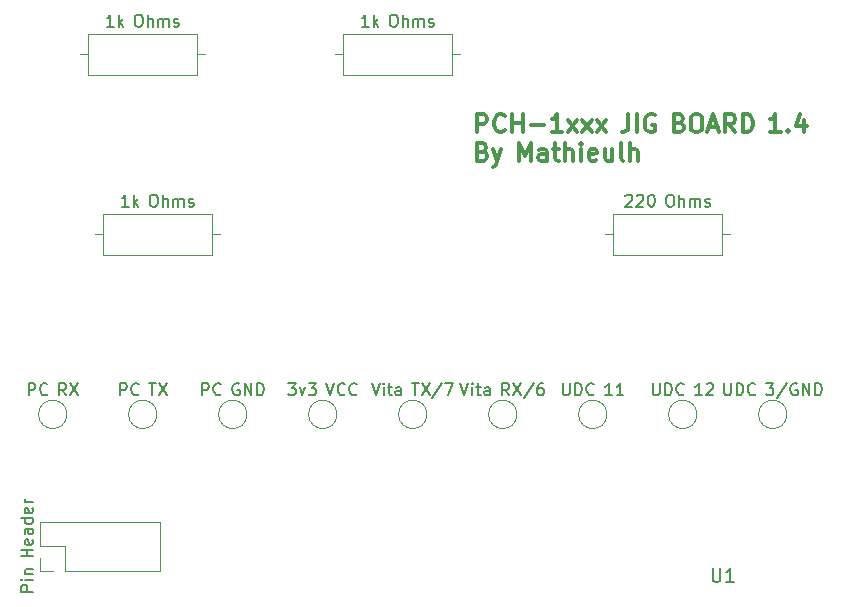
<source format=gbr>
%TF.GenerationSoftware,KiCad,Pcbnew,(7.0.0)*%
%TF.CreationDate,2023-08-04T15:50:35+02:00*%
%TF.ProjectId,PCH-1xxxJIG_THT_1.4,5043482d-3178-4787-984a-49475f544854,rev?*%
%TF.SameCoordinates,Original*%
%TF.FileFunction,Legend,Top*%
%TF.FilePolarity,Positive*%
%FSLAX46Y46*%
G04 Gerber Fmt 4.6, Leading zero omitted, Abs format (unit mm)*
G04 Created by KiCad (PCBNEW (7.0.0)) date 2023-08-04 15:50:35*
%MOMM*%
%LPD*%
G01*
G04 APERTURE LIST*
%ADD10C,0.300000*%
%ADD11C,0.152000*%
%ADD12C,0.150000*%
%ADD13C,0.120000*%
G04 APERTURE END LIST*
D10*
X72747142Y-44683571D02*
X72747142Y-43183571D01*
X72747142Y-43183571D02*
X73318571Y-43183571D01*
X73318571Y-43183571D02*
X73461428Y-43255000D01*
X73461428Y-43255000D02*
X73532857Y-43326428D01*
X73532857Y-43326428D02*
X73604285Y-43469285D01*
X73604285Y-43469285D02*
X73604285Y-43683571D01*
X73604285Y-43683571D02*
X73532857Y-43826428D01*
X73532857Y-43826428D02*
X73461428Y-43897857D01*
X73461428Y-43897857D02*
X73318571Y-43969285D01*
X73318571Y-43969285D02*
X72747142Y-43969285D01*
X75104285Y-44540714D02*
X75032857Y-44612142D01*
X75032857Y-44612142D02*
X74818571Y-44683571D01*
X74818571Y-44683571D02*
X74675714Y-44683571D01*
X74675714Y-44683571D02*
X74461428Y-44612142D01*
X74461428Y-44612142D02*
X74318571Y-44469285D01*
X74318571Y-44469285D02*
X74247142Y-44326428D01*
X74247142Y-44326428D02*
X74175714Y-44040714D01*
X74175714Y-44040714D02*
X74175714Y-43826428D01*
X74175714Y-43826428D02*
X74247142Y-43540714D01*
X74247142Y-43540714D02*
X74318571Y-43397857D01*
X74318571Y-43397857D02*
X74461428Y-43255000D01*
X74461428Y-43255000D02*
X74675714Y-43183571D01*
X74675714Y-43183571D02*
X74818571Y-43183571D01*
X74818571Y-43183571D02*
X75032857Y-43255000D01*
X75032857Y-43255000D02*
X75104285Y-43326428D01*
X75747142Y-44683571D02*
X75747142Y-43183571D01*
X75747142Y-43897857D02*
X76604285Y-43897857D01*
X76604285Y-44683571D02*
X76604285Y-43183571D01*
X77318571Y-44112142D02*
X78461429Y-44112142D01*
X79961429Y-44683571D02*
X79104286Y-44683571D01*
X79532857Y-44683571D02*
X79532857Y-43183571D01*
X79532857Y-43183571D02*
X79390000Y-43397857D01*
X79390000Y-43397857D02*
X79247143Y-43540714D01*
X79247143Y-43540714D02*
X79104286Y-43612142D01*
X80461428Y-44683571D02*
X81247143Y-43683571D01*
X80461428Y-43683571D02*
X81247143Y-44683571D01*
X81675714Y-44683571D02*
X82461429Y-43683571D01*
X81675714Y-43683571D02*
X82461429Y-44683571D01*
X82890000Y-44683571D02*
X83675715Y-43683571D01*
X82890000Y-43683571D02*
X83675715Y-44683571D01*
X85575715Y-43183571D02*
X85575715Y-44255000D01*
X85575715Y-44255000D02*
X85504286Y-44469285D01*
X85504286Y-44469285D02*
X85361429Y-44612142D01*
X85361429Y-44612142D02*
X85147143Y-44683571D01*
X85147143Y-44683571D02*
X85004286Y-44683571D01*
X86290000Y-44683571D02*
X86290000Y-43183571D01*
X87790001Y-43255000D02*
X87647144Y-43183571D01*
X87647144Y-43183571D02*
X87432858Y-43183571D01*
X87432858Y-43183571D02*
X87218572Y-43255000D01*
X87218572Y-43255000D02*
X87075715Y-43397857D01*
X87075715Y-43397857D02*
X87004286Y-43540714D01*
X87004286Y-43540714D02*
X86932858Y-43826428D01*
X86932858Y-43826428D02*
X86932858Y-44040714D01*
X86932858Y-44040714D02*
X87004286Y-44326428D01*
X87004286Y-44326428D02*
X87075715Y-44469285D01*
X87075715Y-44469285D02*
X87218572Y-44612142D01*
X87218572Y-44612142D02*
X87432858Y-44683571D01*
X87432858Y-44683571D02*
X87575715Y-44683571D01*
X87575715Y-44683571D02*
X87790001Y-44612142D01*
X87790001Y-44612142D02*
X87861429Y-44540714D01*
X87861429Y-44540714D02*
X87861429Y-44040714D01*
X87861429Y-44040714D02*
X87575715Y-44040714D01*
X89904286Y-43897857D02*
X90118572Y-43969285D01*
X90118572Y-43969285D02*
X90190001Y-44040714D01*
X90190001Y-44040714D02*
X90261429Y-44183571D01*
X90261429Y-44183571D02*
X90261429Y-44397857D01*
X90261429Y-44397857D02*
X90190001Y-44540714D01*
X90190001Y-44540714D02*
X90118572Y-44612142D01*
X90118572Y-44612142D02*
X89975715Y-44683571D01*
X89975715Y-44683571D02*
X89404286Y-44683571D01*
X89404286Y-44683571D02*
X89404286Y-43183571D01*
X89404286Y-43183571D02*
X89904286Y-43183571D01*
X89904286Y-43183571D02*
X90047144Y-43255000D01*
X90047144Y-43255000D02*
X90118572Y-43326428D01*
X90118572Y-43326428D02*
X90190001Y-43469285D01*
X90190001Y-43469285D02*
X90190001Y-43612142D01*
X90190001Y-43612142D02*
X90118572Y-43755000D01*
X90118572Y-43755000D02*
X90047144Y-43826428D01*
X90047144Y-43826428D02*
X89904286Y-43897857D01*
X89904286Y-43897857D02*
X89404286Y-43897857D01*
X91190001Y-43183571D02*
X91475715Y-43183571D01*
X91475715Y-43183571D02*
X91618572Y-43255000D01*
X91618572Y-43255000D02*
X91761429Y-43397857D01*
X91761429Y-43397857D02*
X91832858Y-43683571D01*
X91832858Y-43683571D02*
X91832858Y-44183571D01*
X91832858Y-44183571D02*
X91761429Y-44469285D01*
X91761429Y-44469285D02*
X91618572Y-44612142D01*
X91618572Y-44612142D02*
X91475715Y-44683571D01*
X91475715Y-44683571D02*
X91190001Y-44683571D01*
X91190001Y-44683571D02*
X91047144Y-44612142D01*
X91047144Y-44612142D02*
X90904286Y-44469285D01*
X90904286Y-44469285D02*
X90832858Y-44183571D01*
X90832858Y-44183571D02*
X90832858Y-43683571D01*
X90832858Y-43683571D02*
X90904286Y-43397857D01*
X90904286Y-43397857D02*
X91047144Y-43255000D01*
X91047144Y-43255000D02*
X91190001Y-43183571D01*
X92404287Y-44255000D02*
X93118573Y-44255000D01*
X92261430Y-44683571D02*
X92761430Y-43183571D01*
X92761430Y-43183571D02*
X93261430Y-44683571D01*
X94618572Y-44683571D02*
X94118572Y-43969285D01*
X93761429Y-44683571D02*
X93761429Y-43183571D01*
X93761429Y-43183571D02*
X94332858Y-43183571D01*
X94332858Y-43183571D02*
X94475715Y-43255000D01*
X94475715Y-43255000D02*
X94547144Y-43326428D01*
X94547144Y-43326428D02*
X94618572Y-43469285D01*
X94618572Y-43469285D02*
X94618572Y-43683571D01*
X94618572Y-43683571D02*
X94547144Y-43826428D01*
X94547144Y-43826428D02*
X94475715Y-43897857D01*
X94475715Y-43897857D02*
X94332858Y-43969285D01*
X94332858Y-43969285D02*
X93761429Y-43969285D01*
X95261429Y-44683571D02*
X95261429Y-43183571D01*
X95261429Y-43183571D02*
X95618572Y-43183571D01*
X95618572Y-43183571D02*
X95832858Y-43255000D01*
X95832858Y-43255000D02*
X95975715Y-43397857D01*
X95975715Y-43397857D02*
X96047144Y-43540714D01*
X96047144Y-43540714D02*
X96118572Y-43826428D01*
X96118572Y-43826428D02*
X96118572Y-44040714D01*
X96118572Y-44040714D02*
X96047144Y-44326428D01*
X96047144Y-44326428D02*
X95975715Y-44469285D01*
X95975715Y-44469285D02*
X95832858Y-44612142D01*
X95832858Y-44612142D02*
X95618572Y-44683571D01*
X95618572Y-44683571D02*
X95261429Y-44683571D01*
X98447144Y-44683571D02*
X97590001Y-44683571D01*
X98018572Y-44683571D02*
X98018572Y-43183571D01*
X98018572Y-43183571D02*
X97875715Y-43397857D01*
X97875715Y-43397857D02*
X97732858Y-43540714D01*
X97732858Y-43540714D02*
X97590001Y-43612142D01*
X99090000Y-44540714D02*
X99161429Y-44612142D01*
X99161429Y-44612142D02*
X99090000Y-44683571D01*
X99090000Y-44683571D02*
X99018572Y-44612142D01*
X99018572Y-44612142D02*
X99090000Y-44540714D01*
X99090000Y-44540714D02*
X99090000Y-44683571D01*
X100447144Y-43683571D02*
X100447144Y-44683571D01*
X100090001Y-43112142D02*
X99732858Y-44183571D01*
X99732858Y-44183571D02*
X100661429Y-44183571D01*
X73247142Y-46327857D02*
X73461428Y-46399285D01*
X73461428Y-46399285D02*
X73532857Y-46470714D01*
X73532857Y-46470714D02*
X73604285Y-46613571D01*
X73604285Y-46613571D02*
X73604285Y-46827857D01*
X73604285Y-46827857D02*
X73532857Y-46970714D01*
X73532857Y-46970714D02*
X73461428Y-47042142D01*
X73461428Y-47042142D02*
X73318571Y-47113571D01*
X73318571Y-47113571D02*
X72747142Y-47113571D01*
X72747142Y-47113571D02*
X72747142Y-45613571D01*
X72747142Y-45613571D02*
X73247142Y-45613571D01*
X73247142Y-45613571D02*
X73390000Y-45685000D01*
X73390000Y-45685000D02*
X73461428Y-45756428D01*
X73461428Y-45756428D02*
X73532857Y-45899285D01*
X73532857Y-45899285D02*
X73532857Y-46042142D01*
X73532857Y-46042142D02*
X73461428Y-46185000D01*
X73461428Y-46185000D02*
X73390000Y-46256428D01*
X73390000Y-46256428D02*
X73247142Y-46327857D01*
X73247142Y-46327857D02*
X72747142Y-46327857D01*
X74104285Y-46113571D02*
X74461428Y-47113571D01*
X74818571Y-46113571D02*
X74461428Y-47113571D01*
X74461428Y-47113571D02*
X74318571Y-47470714D01*
X74318571Y-47470714D02*
X74247142Y-47542142D01*
X74247142Y-47542142D02*
X74104285Y-47613571D01*
X76289999Y-47113571D02*
X76289999Y-45613571D01*
X76289999Y-45613571D02*
X76789999Y-46685000D01*
X76789999Y-46685000D02*
X77289999Y-45613571D01*
X77289999Y-45613571D02*
X77289999Y-47113571D01*
X78647143Y-47113571D02*
X78647143Y-46327857D01*
X78647143Y-46327857D02*
X78575714Y-46185000D01*
X78575714Y-46185000D02*
X78432857Y-46113571D01*
X78432857Y-46113571D02*
X78147143Y-46113571D01*
X78147143Y-46113571D02*
X78004285Y-46185000D01*
X78647143Y-47042142D02*
X78504285Y-47113571D01*
X78504285Y-47113571D02*
X78147143Y-47113571D01*
X78147143Y-47113571D02*
X78004285Y-47042142D01*
X78004285Y-47042142D02*
X77932857Y-46899285D01*
X77932857Y-46899285D02*
X77932857Y-46756428D01*
X77932857Y-46756428D02*
X78004285Y-46613571D01*
X78004285Y-46613571D02*
X78147143Y-46542142D01*
X78147143Y-46542142D02*
X78504285Y-46542142D01*
X78504285Y-46542142D02*
X78647143Y-46470714D01*
X79147143Y-46113571D02*
X79718571Y-46113571D01*
X79361428Y-45613571D02*
X79361428Y-46899285D01*
X79361428Y-46899285D02*
X79432857Y-47042142D01*
X79432857Y-47042142D02*
X79575714Y-47113571D01*
X79575714Y-47113571D02*
X79718571Y-47113571D01*
X80218571Y-47113571D02*
X80218571Y-45613571D01*
X80861429Y-47113571D02*
X80861429Y-46327857D01*
X80861429Y-46327857D02*
X80790000Y-46185000D01*
X80790000Y-46185000D02*
X80647143Y-46113571D01*
X80647143Y-46113571D02*
X80432857Y-46113571D01*
X80432857Y-46113571D02*
X80290000Y-46185000D01*
X80290000Y-46185000D02*
X80218571Y-46256428D01*
X81575714Y-47113571D02*
X81575714Y-46113571D01*
X81575714Y-45613571D02*
X81504286Y-45685000D01*
X81504286Y-45685000D02*
X81575714Y-45756428D01*
X81575714Y-45756428D02*
X81647143Y-45685000D01*
X81647143Y-45685000D02*
X81575714Y-45613571D01*
X81575714Y-45613571D02*
X81575714Y-45756428D01*
X82861429Y-47042142D02*
X82718572Y-47113571D01*
X82718572Y-47113571D02*
X82432858Y-47113571D01*
X82432858Y-47113571D02*
X82290000Y-47042142D01*
X82290000Y-47042142D02*
X82218572Y-46899285D01*
X82218572Y-46899285D02*
X82218572Y-46327857D01*
X82218572Y-46327857D02*
X82290000Y-46185000D01*
X82290000Y-46185000D02*
X82432858Y-46113571D01*
X82432858Y-46113571D02*
X82718572Y-46113571D01*
X82718572Y-46113571D02*
X82861429Y-46185000D01*
X82861429Y-46185000D02*
X82932858Y-46327857D01*
X82932858Y-46327857D02*
X82932858Y-46470714D01*
X82932858Y-46470714D02*
X82218572Y-46613571D01*
X84218572Y-46113571D02*
X84218572Y-47113571D01*
X83575714Y-46113571D02*
X83575714Y-46899285D01*
X83575714Y-46899285D02*
X83647143Y-47042142D01*
X83647143Y-47042142D02*
X83790000Y-47113571D01*
X83790000Y-47113571D02*
X84004286Y-47113571D01*
X84004286Y-47113571D02*
X84147143Y-47042142D01*
X84147143Y-47042142D02*
X84218572Y-46970714D01*
X85147143Y-47113571D02*
X85004286Y-47042142D01*
X85004286Y-47042142D02*
X84932857Y-46899285D01*
X84932857Y-46899285D02*
X84932857Y-45613571D01*
X85718571Y-47113571D02*
X85718571Y-45613571D01*
X86361429Y-47113571D02*
X86361429Y-46327857D01*
X86361429Y-46327857D02*
X86290000Y-46185000D01*
X86290000Y-46185000D02*
X86147143Y-46113571D01*
X86147143Y-46113571D02*
X85932857Y-46113571D01*
X85932857Y-46113571D02*
X85790000Y-46185000D01*
X85790000Y-46185000D02*
X85718571Y-46256428D01*
D11*
%TO.C,U1*%
X92696142Y-81612916D02*
X92696142Y-82538202D01*
X92696142Y-82538202D02*
X92750571Y-82647059D01*
X92750571Y-82647059D02*
X92805000Y-82701487D01*
X92805000Y-82701487D02*
X92913857Y-82755916D01*
X92913857Y-82755916D02*
X93131571Y-82755916D01*
X93131571Y-82755916D02*
X93240428Y-82701487D01*
X93240428Y-82701487D02*
X93294857Y-82647059D01*
X93294857Y-82647059D02*
X93349285Y-82538202D01*
X93349285Y-82538202D02*
X93349285Y-81612916D01*
X94492286Y-82755916D02*
X93839143Y-82755916D01*
X94165714Y-82755916D02*
X94165714Y-81612916D01*
X94165714Y-81612916D02*
X94056857Y-81776202D01*
X94056857Y-81776202D02*
X93948000Y-81885059D01*
X93948000Y-81885059D02*
X93839143Y-81939487D01*
D12*
%TO.C,Pin Header*%
X35137380Y-83587618D02*
X34137380Y-83587618D01*
X34137380Y-83587618D02*
X34137380Y-83206666D01*
X34137380Y-83206666D02*
X34185000Y-83111428D01*
X34185000Y-83111428D02*
X34232619Y-83063809D01*
X34232619Y-83063809D02*
X34327857Y-83016190D01*
X34327857Y-83016190D02*
X34470714Y-83016190D01*
X34470714Y-83016190D02*
X34565952Y-83063809D01*
X34565952Y-83063809D02*
X34613571Y-83111428D01*
X34613571Y-83111428D02*
X34661190Y-83206666D01*
X34661190Y-83206666D02*
X34661190Y-83587618D01*
X35137380Y-82587618D02*
X34470714Y-82587618D01*
X34137380Y-82587618D02*
X34185000Y-82635237D01*
X34185000Y-82635237D02*
X34232619Y-82587618D01*
X34232619Y-82587618D02*
X34185000Y-82539999D01*
X34185000Y-82539999D02*
X34137380Y-82587618D01*
X34137380Y-82587618D02*
X34232619Y-82587618D01*
X34470714Y-82111428D02*
X35137380Y-82111428D01*
X34565952Y-82111428D02*
X34518333Y-82063809D01*
X34518333Y-82063809D02*
X34470714Y-81968571D01*
X34470714Y-81968571D02*
X34470714Y-81825714D01*
X34470714Y-81825714D02*
X34518333Y-81730476D01*
X34518333Y-81730476D02*
X34613571Y-81682857D01*
X34613571Y-81682857D02*
X35137380Y-81682857D01*
X35137380Y-80606666D02*
X34137380Y-80606666D01*
X34613571Y-80606666D02*
X34613571Y-80035238D01*
X35137380Y-80035238D02*
X34137380Y-80035238D01*
X35089761Y-79178095D02*
X35137380Y-79273333D01*
X35137380Y-79273333D02*
X35137380Y-79463809D01*
X35137380Y-79463809D02*
X35089761Y-79559047D01*
X35089761Y-79559047D02*
X34994523Y-79606666D01*
X34994523Y-79606666D02*
X34613571Y-79606666D01*
X34613571Y-79606666D02*
X34518333Y-79559047D01*
X34518333Y-79559047D02*
X34470714Y-79463809D01*
X34470714Y-79463809D02*
X34470714Y-79273333D01*
X34470714Y-79273333D02*
X34518333Y-79178095D01*
X34518333Y-79178095D02*
X34613571Y-79130476D01*
X34613571Y-79130476D02*
X34708809Y-79130476D01*
X34708809Y-79130476D02*
X34804047Y-79606666D01*
X35137380Y-78273333D02*
X34613571Y-78273333D01*
X34613571Y-78273333D02*
X34518333Y-78320952D01*
X34518333Y-78320952D02*
X34470714Y-78416190D01*
X34470714Y-78416190D02*
X34470714Y-78606666D01*
X34470714Y-78606666D02*
X34518333Y-78701904D01*
X35089761Y-78273333D02*
X35137380Y-78368571D01*
X35137380Y-78368571D02*
X35137380Y-78606666D01*
X35137380Y-78606666D02*
X35089761Y-78701904D01*
X35089761Y-78701904D02*
X34994523Y-78749523D01*
X34994523Y-78749523D02*
X34899285Y-78749523D01*
X34899285Y-78749523D02*
X34804047Y-78701904D01*
X34804047Y-78701904D02*
X34756428Y-78606666D01*
X34756428Y-78606666D02*
X34756428Y-78368571D01*
X34756428Y-78368571D02*
X34708809Y-78273333D01*
X35137380Y-77368571D02*
X34137380Y-77368571D01*
X35089761Y-77368571D02*
X35137380Y-77463809D01*
X35137380Y-77463809D02*
X35137380Y-77654285D01*
X35137380Y-77654285D02*
X35089761Y-77749523D01*
X35089761Y-77749523D02*
X35042142Y-77797142D01*
X35042142Y-77797142D02*
X34946904Y-77844761D01*
X34946904Y-77844761D02*
X34661190Y-77844761D01*
X34661190Y-77844761D02*
X34565952Y-77797142D01*
X34565952Y-77797142D02*
X34518333Y-77749523D01*
X34518333Y-77749523D02*
X34470714Y-77654285D01*
X34470714Y-77654285D02*
X34470714Y-77463809D01*
X34470714Y-77463809D02*
X34518333Y-77368571D01*
X35089761Y-76511428D02*
X35137380Y-76606666D01*
X35137380Y-76606666D02*
X35137380Y-76797142D01*
X35137380Y-76797142D02*
X35089761Y-76892380D01*
X35089761Y-76892380D02*
X34994523Y-76939999D01*
X34994523Y-76939999D02*
X34613571Y-76939999D01*
X34613571Y-76939999D02*
X34518333Y-76892380D01*
X34518333Y-76892380D02*
X34470714Y-76797142D01*
X34470714Y-76797142D02*
X34470714Y-76606666D01*
X34470714Y-76606666D02*
X34518333Y-76511428D01*
X34518333Y-76511428D02*
X34613571Y-76463809D01*
X34613571Y-76463809D02*
X34708809Y-76463809D01*
X34708809Y-76463809D02*
X34804047Y-76939999D01*
X35137380Y-76035237D02*
X34470714Y-76035237D01*
X34661190Y-76035237D02*
X34565952Y-75987618D01*
X34565952Y-75987618D02*
X34518333Y-75939999D01*
X34518333Y-75939999D02*
X34470714Y-75844761D01*
X34470714Y-75844761D02*
X34470714Y-75749523D01*
%TO.C,Vita TX/7*%
X63843333Y-65949380D02*
X64176666Y-66949380D01*
X64176666Y-66949380D02*
X64509999Y-65949380D01*
X64843333Y-66949380D02*
X64843333Y-66282714D01*
X64843333Y-65949380D02*
X64795714Y-65997000D01*
X64795714Y-65997000D02*
X64843333Y-66044619D01*
X64843333Y-66044619D02*
X64890952Y-65997000D01*
X64890952Y-65997000D02*
X64843333Y-65949380D01*
X64843333Y-65949380D02*
X64843333Y-66044619D01*
X65176666Y-66282714D02*
X65557618Y-66282714D01*
X65319523Y-65949380D02*
X65319523Y-66806523D01*
X65319523Y-66806523D02*
X65367142Y-66901761D01*
X65367142Y-66901761D02*
X65462380Y-66949380D01*
X65462380Y-66949380D02*
X65557618Y-66949380D01*
X66319523Y-66949380D02*
X66319523Y-66425571D01*
X66319523Y-66425571D02*
X66271904Y-66330333D01*
X66271904Y-66330333D02*
X66176666Y-66282714D01*
X66176666Y-66282714D02*
X65986190Y-66282714D01*
X65986190Y-66282714D02*
X65890952Y-66330333D01*
X66319523Y-66901761D02*
X66224285Y-66949380D01*
X66224285Y-66949380D02*
X65986190Y-66949380D01*
X65986190Y-66949380D02*
X65890952Y-66901761D01*
X65890952Y-66901761D02*
X65843333Y-66806523D01*
X65843333Y-66806523D02*
X65843333Y-66711285D01*
X65843333Y-66711285D02*
X65890952Y-66616047D01*
X65890952Y-66616047D02*
X65986190Y-66568428D01*
X65986190Y-66568428D02*
X66224285Y-66568428D01*
X66224285Y-66568428D02*
X66319523Y-66520809D01*
X67252857Y-65949380D02*
X67824285Y-65949380D01*
X67538571Y-66949380D02*
X67538571Y-65949380D01*
X68062381Y-65949380D02*
X68729047Y-66949380D01*
X68729047Y-65949380D02*
X68062381Y-66949380D01*
X69824285Y-65901761D02*
X68967143Y-67187476D01*
X70062381Y-65949380D02*
X70729047Y-65949380D01*
X70729047Y-65949380D02*
X70300476Y-66949380D01*
%TO.C,220 Ohms*%
X85314286Y-50082619D02*
X85361905Y-50035000D01*
X85361905Y-50035000D02*
X85457143Y-49987380D01*
X85457143Y-49987380D02*
X85695238Y-49987380D01*
X85695238Y-49987380D02*
X85790476Y-50035000D01*
X85790476Y-50035000D02*
X85838095Y-50082619D01*
X85838095Y-50082619D02*
X85885714Y-50177857D01*
X85885714Y-50177857D02*
X85885714Y-50273095D01*
X85885714Y-50273095D02*
X85838095Y-50415952D01*
X85838095Y-50415952D02*
X85266667Y-50987380D01*
X85266667Y-50987380D02*
X85885714Y-50987380D01*
X86266667Y-50082619D02*
X86314286Y-50035000D01*
X86314286Y-50035000D02*
X86409524Y-49987380D01*
X86409524Y-49987380D02*
X86647619Y-49987380D01*
X86647619Y-49987380D02*
X86742857Y-50035000D01*
X86742857Y-50035000D02*
X86790476Y-50082619D01*
X86790476Y-50082619D02*
X86838095Y-50177857D01*
X86838095Y-50177857D02*
X86838095Y-50273095D01*
X86838095Y-50273095D02*
X86790476Y-50415952D01*
X86790476Y-50415952D02*
X86219048Y-50987380D01*
X86219048Y-50987380D02*
X86838095Y-50987380D01*
X87457143Y-49987380D02*
X87552381Y-49987380D01*
X87552381Y-49987380D02*
X87647619Y-50035000D01*
X87647619Y-50035000D02*
X87695238Y-50082619D01*
X87695238Y-50082619D02*
X87742857Y-50177857D01*
X87742857Y-50177857D02*
X87790476Y-50368333D01*
X87790476Y-50368333D02*
X87790476Y-50606428D01*
X87790476Y-50606428D02*
X87742857Y-50796904D01*
X87742857Y-50796904D02*
X87695238Y-50892142D01*
X87695238Y-50892142D02*
X87647619Y-50939761D01*
X87647619Y-50939761D02*
X87552381Y-50987380D01*
X87552381Y-50987380D02*
X87457143Y-50987380D01*
X87457143Y-50987380D02*
X87361905Y-50939761D01*
X87361905Y-50939761D02*
X87314286Y-50892142D01*
X87314286Y-50892142D02*
X87266667Y-50796904D01*
X87266667Y-50796904D02*
X87219048Y-50606428D01*
X87219048Y-50606428D02*
X87219048Y-50368333D01*
X87219048Y-50368333D02*
X87266667Y-50177857D01*
X87266667Y-50177857D02*
X87314286Y-50082619D01*
X87314286Y-50082619D02*
X87361905Y-50035000D01*
X87361905Y-50035000D02*
X87457143Y-49987380D01*
X89009524Y-49987380D02*
X89200000Y-49987380D01*
X89200000Y-49987380D02*
X89295238Y-50035000D01*
X89295238Y-50035000D02*
X89390476Y-50130238D01*
X89390476Y-50130238D02*
X89438095Y-50320714D01*
X89438095Y-50320714D02*
X89438095Y-50654047D01*
X89438095Y-50654047D02*
X89390476Y-50844523D01*
X89390476Y-50844523D02*
X89295238Y-50939761D01*
X89295238Y-50939761D02*
X89200000Y-50987380D01*
X89200000Y-50987380D02*
X89009524Y-50987380D01*
X89009524Y-50987380D02*
X88914286Y-50939761D01*
X88914286Y-50939761D02*
X88819048Y-50844523D01*
X88819048Y-50844523D02*
X88771429Y-50654047D01*
X88771429Y-50654047D02*
X88771429Y-50320714D01*
X88771429Y-50320714D02*
X88819048Y-50130238D01*
X88819048Y-50130238D02*
X88914286Y-50035000D01*
X88914286Y-50035000D02*
X89009524Y-49987380D01*
X89866667Y-50987380D02*
X89866667Y-49987380D01*
X90295238Y-50987380D02*
X90295238Y-50463571D01*
X90295238Y-50463571D02*
X90247619Y-50368333D01*
X90247619Y-50368333D02*
X90152381Y-50320714D01*
X90152381Y-50320714D02*
X90009524Y-50320714D01*
X90009524Y-50320714D02*
X89914286Y-50368333D01*
X89914286Y-50368333D02*
X89866667Y-50415952D01*
X90771429Y-50987380D02*
X90771429Y-50320714D01*
X90771429Y-50415952D02*
X90819048Y-50368333D01*
X90819048Y-50368333D02*
X90914286Y-50320714D01*
X90914286Y-50320714D02*
X91057143Y-50320714D01*
X91057143Y-50320714D02*
X91152381Y-50368333D01*
X91152381Y-50368333D02*
X91200000Y-50463571D01*
X91200000Y-50463571D02*
X91200000Y-50987380D01*
X91200000Y-50463571D02*
X91247619Y-50368333D01*
X91247619Y-50368333D02*
X91342857Y-50320714D01*
X91342857Y-50320714D02*
X91485714Y-50320714D01*
X91485714Y-50320714D02*
X91580953Y-50368333D01*
X91580953Y-50368333D02*
X91628572Y-50463571D01*
X91628572Y-50463571D02*
X91628572Y-50987380D01*
X92057143Y-50939761D02*
X92152381Y-50987380D01*
X92152381Y-50987380D02*
X92342857Y-50987380D01*
X92342857Y-50987380D02*
X92438095Y-50939761D01*
X92438095Y-50939761D02*
X92485714Y-50844523D01*
X92485714Y-50844523D02*
X92485714Y-50796904D01*
X92485714Y-50796904D02*
X92438095Y-50701666D01*
X92438095Y-50701666D02*
X92342857Y-50654047D01*
X92342857Y-50654047D02*
X92200000Y-50654047D01*
X92200000Y-50654047D02*
X92104762Y-50606428D01*
X92104762Y-50606428D02*
X92057143Y-50511190D01*
X92057143Y-50511190D02*
X92057143Y-50463571D01*
X92057143Y-50463571D02*
X92104762Y-50368333D01*
X92104762Y-50368333D02*
X92200000Y-50320714D01*
X92200000Y-50320714D02*
X92342857Y-50320714D01*
X92342857Y-50320714D02*
X92438095Y-50368333D01*
%TO.C,Vita RX/6*%
X71344286Y-65949380D02*
X71677619Y-66949380D01*
X71677619Y-66949380D02*
X72010952Y-65949380D01*
X72344286Y-66949380D02*
X72344286Y-66282714D01*
X72344286Y-65949380D02*
X72296667Y-65997000D01*
X72296667Y-65997000D02*
X72344286Y-66044619D01*
X72344286Y-66044619D02*
X72391905Y-65997000D01*
X72391905Y-65997000D02*
X72344286Y-65949380D01*
X72344286Y-65949380D02*
X72344286Y-66044619D01*
X72677619Y-66282714D02*
X73058571Y-66282714D01*
X72820476Y-65949380D02*
X72820476Y-66806523D01*
X72820476Y-66806523D02*
X72868095Y-66901761D01*
X72868095Y-66901761D02*
X72963333Y-66949380D01*
X72963333Y-66949380D02*
X73058571Y-66949380D01*
X73820476Y-66949380D02*
X73820476Y-66425571D01*
X73820476Y-66425571D02*
X73772857Y-66330333D01*
X73772857Y-66330333D02*
X73677619Y-66282714D01*
X73677619Y-66282714D02*
X73487143Y-66282714D01*
X73487143Y-66282714D02*
X73391905Y-66330333D01*
X73820476Y-66901761D02*
X73725238Y-66949380D01*
X73725238Y-66949380D02*
X73487143Y-66949380D01*
X73487143Y-66949380D02*
X73391905Y-66901761D01*
X73391905Y-66901761D02*
X73344286Y-66806523D01*
X73344286Y-66806523D02*
X73344286Y-66711285D01*
X73344286Y-66711285D02*
X73391905Y-66616047D01*
X73391905Y-66616047D02*
X73487143Y-66568428D01*
X73487143Y-66568428D02*
X73725238Y-66568428D01*
X73725238Y-66568428D02*
X73820476Y-66520809D01*
X75468095Y-66949380D02*
X75134762Y-66473190D01*
X74896667Y-66949380D02*
X74896667Y-65949380D01*
X74896667Y-65949380D02*
X75277619Y-65949380D01*
X75277619Y-65949380D02*
X75372857Y-65997000D01*
X75372857Y-65997000D02*
X75420476Y-66044619D01*
X75420476Y-66044619D02*
X75468095Y-66139857D01*
X75468095Y-66139857D02*
X75468095Y-66282714D01*
X75468095Y-66282714D02*
X75420476Y-66377952D01*
X75420476Y-66377952D02*
X75372857Y-66425571D01*
X75372857Y-66425571D02*
X75277619Y-66473190D01*
X75277619Y-66473190D02*
X74896667Y-66473190D01*
X75801429Y-65949380D02*
X76468095Y-66949380D01*
X76468095Y-65949380D02*
X75801429Y-66949380D01*
X77563333Y-65901761D02*
X76706191Y-67187476D01*
X78325238Y-65949380D02*
X78134762Y-65949380D01*
X78134762Y-65949380D02*
X78039524Y-65997000D01*
X78039524Y-65997000D02*
X77991905Y-66044619D01*
X77991905Y-66044619D02*
X77896667Y-66187476D01*
X77896667Y-66187476D02*
X77849048Y-66377952D01*
X77849048Y-66377952D02*
X77849048Y-66758904D01*
X77849048Y-66758904D02*
X77896667Y-66854142D01*
X77896667Y-66854142D02*
X77944286Y-66901761D01*
X77944286Y-66901761D02*
X78039524Y-66949380D01*
X78039524Y-66949380D02*
X78230000Y-66949380D01*
X78230000Y-66949380D02*
X78325238Y-66901761D01*
X78325238Y-66901761D02*
X78372857Y-66854142D01*
X78372857Y-66854142D02*
X78420476Y-66758904D01*
X78420476Y-66758904D02*
X78420476Y-66520809D01*
X78420476Y-66520809D02*
X78372857Y-66425571D01*
X78372857Y-66425571D02*
X78325238Y-66377952D01*
X78325238Y-66377952D02*
X78230000Y-66330333D01*
X78230000Y-66330333D02*
X78039524Y-66330333D01*
X78039524Y-66330333D02*
X77944286Y-66377952D01*
X77944286Y-66377952D02*
X77896667Y-66425571D01*
X77896667Y-66425571D02*
X77849048Y-66520809D01*
%TO.C,PC TX*%
X42530952Y-66949380D02*
X42530952Y-65949380D01*
X42530952Y-65949380D02*
X42911904Y-65949380D01*
X42911904Y-65949380D02*
X43007142Y-65997000D01*
X43007142Y-65997000D02*
X43054761Y-66044619D01*
X43054761Y-66044619D02*
X43102380Y-66139857D01*
X43102380Y-66139857D02*
X43102380Y-66282714D01*
X43102380Y-66282714D02*
X43054761Y-66377952D01*
X43054761Y-66377952D02*
X43007142Y-66425571D01*
X43007142Y-66425571D02*
X42911904Y-66473190D01*
X42911904Y-66473190D02*
X42530952Y-66473190D01*
X44102380Y-66854142D02*
X44054761Y-66901761D01*
X44054761Y-66901761D02*
X43911904Y-66949380D01*
X43911904Y-66949380D02*
X43816666Y-66949380D01*
X43816666Y-66949380D02*
X43673809Y-66901761D01*
X43673809Y-66901761D02*
X43578571Y-66806523D01*
X43578571Y-66806523D02*
X43530952Y-66711285D01*
X43530952Y-66711285D02*
X43483333Y-66520809D01*
X43483333Y-66520809D02*
X43483333Y-66377952D01*
X43483333Y-66377952D02*
X43530952Y-66187476D01*
X43530952Y-66187476D02*
X43578571Y-66092238D01*
X43578571Y-66092238D02*
X43673809Y-65997000D01*
X43673809Y-65997000D02*
X43816666Y-65949380D01*
X43816666Y-65949380D02*
X43911904Y-65949380D01*
X43911904Y-65949380D02*
X44054761Y-65997000D01*
X44054761Y-65997000D02*
X44102380Y-66044619D01*
X44988095Y-65949380D02*
X45559523Y-65949380D01*
X45273809Y-66949380D02*
X45273809Y-65949380D01*
X45797619Y-65949380D02*
X46464285Y-66949380D01*
X46464285Y-65949380D02*
X45797619Y-66949380D01*
%TO.C,UDC 11*%
X80011905Y-65949380D02*
X80011905Y-66758904D01*
X80011905Y-66758904D02*
X80059524Y-66854142D01*
X80059524Y-66854142D02*
X80107143Y-66901761D01*
X80107143Y-66901761D02*
X80202381Y-66949380D01*
X80202381Y-66949380D02*
X80392857Y-66949380D01*
X80392857Y-66949380D02*
X80488095Y-66901761D01*
X80488095Y-66901761D02*
X80535714Y-66854142D01*
X80535714Y-66854142D02*
X80583333Y-66758904D01*
X80583333Y-66758904D02*
X80583333Y-65949380D01*
X81059524Y-66949380D02*
X81059524Y-65949380D01*
X81059524Y-65949380D02*
X81297619Y-65949380D01*
X81297619Y-65949380D02*
X81440476Y-65997000D01*
X81440476Y-65997000D02*
X81535714Y-66092238D01*
X81535714Y-66092238D02*
X81583333Y-66187476D01*
X81583333Y-66187476D02*
X81630952Y-66377952D01*
X81630952Y-66377952D02*
X81630952Y-66520809D01*
X81630952Y-66520809D02*
X81583333Y-66711285D01*
X81583333Y-66711285D02*
X81535714Y-66806523D01*
X81535714Y-66806523D02*
X81440476Y-66901761D01*
X81440476Y-66901761D02*
X81297619Y-66949380D01*
X81297619Y-66949380D02*
X81059524Y-66949380D01*
X82630952Y-66854142D02*
X82583333Y-66901761D01*
X82583333Y-66901761D02*
X82440476Y-66949380D01*
X82440476Y-66949380D02*
X82345238Y-66949380D01*
X82345238Y-66949380D02*
X82202381Y-66901761D01*
X82202381Y-66901761D02*
X82107143Y-66806523D01*
X82107143Y-66806523D02*
X82059524Y-66711285D01*
X82059524Y-66711285D02*
X82011905Y-66520809D01*
X82011905Y-66520809D02*
X82011905Y-66377952D01*
X82011905Y-66377952D02*
X82059524Y-66187476D01*
X82059524Y-66187476D02*
X82107143Y-66092238D01*
X82107143Y-66092238D02*
X82202381Y-65997000D01*
X82202381Y-65997000D02*
X82345238Y-65949380D01*
X82345238Y-65949380D02*
X82440476Y-65949380D01*
X82440476Y-65949380D02*
X82583333Y-65997000D01*
X82583333Y-65997000D02*
X82630952Y-66044619D01*
X84183333Y-66949380D02*
X83611905Y-66949380D01*
X83897619Y-66949380D02*
X83897619Y-65949380D01*
X83897619Y-65949380D02*
X83802381Y-66092238D01*
X83802381Y-66092238D02*
X83707143Y-66187476D01*
X83707143Y-66187476D02*
X83611905Y-66235095D01*
X85135714Y-66949380D02*
X84564286Y-66949380D01*
X84850000Y-66949380D02*
X84850000Y-65949380D01*
X84850000Y-65949380D02*
X84754762Y-66092238D01*
X84754762Y-66092238D02*
X84659524Y-66187476D01*
X84659524Y-66187476D02*
X84564286Y-66235095D01*
%TO.C,1k Ohms*%
X63573333Y-35747380D02*
X63001905Y-35747380D01*
X63287619Y-35747380D02*
X63287619Y-34747380D01*
X63287619Y-34747380D02*
X63192381Y-34890238D01*
X63192381Y-34890238D02*
X63097143Y-34985476D01*
X63097143Y-34985476D02*
X63001905Y-35033095D01*
X64001905Y-35747380D02*
X64001905Y-34747380D01*
X64097143Y-35366428D02*
X64382857Y-35747380D01*
X64382857Y-35080714D02*
X64001905Y-35461666D01*
X65601905Y-34747380D02*
X65792381Y-34747380D01*
X65792381Y-34747380D02*
X65887619Y-34795000D01*
X65887619Y-34795000D02*
X65982857Y-34890238D01*
X65982857Y-34890238D02*
X66030476Y-35080714D01*
X66030476Y-35080714D02*
X66030476Y-35414047D01*
X66030476Y-35414047D02*
X65982857Y-35604523D01*
X65982857Y-35604523D02*
X65887619Y-35699761D01*
X65887619Y-35699761D02*
X65792381Y-35747380D01*
X65792381Y-35747380D02*
X65601905Y-35747380D01*
X65601905Y-35747380D02*
X65506667Y-35699761D01*
X65506667Y-35699761D02*
X65411429Y-35604523D01*
X65411429Y-35604523D02*
X65363810Y-35414047D01*
X65363810Y-35414047D02*
X65363810Y-35080714D01*
X65363810Y-35080714D02*
X65411429Y-34890238D01*
X65411429Y-34890238D02*
X65506667Y-34795000D01*
X65506667Y-34795000D02*
X65601905Y-34747380D01*
X66459048Y-35747380D02*
X66459048Y-34747380D01*
X66887619Y-35747380D02*
X66887619Y-35223571D01*
X66887619Y-35223571D02*
X66840000Y-35128333D01*
X66840000Y-35128333D02*
X66744762Y-35080714D01*
X66744762Y-35080714D02*
X66601905Y-35080714D01*
X66601905Y-35080714D02*
X66506667Y-35128333D01*
X66506667Y-35128333D02*
X66459048Y-35175952D01*
X67363810Y-35747380D02*
X67363810Y-35080714D01*
X67363810Y-35175952D02*
X67411429Y-35128333D01*
X67411429Y-35128333D02*
X67506667Y-35080714D01*
X67506667Y-35080714D02*
X67649524Y-35080714D01*
X67649524Y-35080714D02*
X67744762Y-35128333D01*
X67744762Y-35128333D02*
X67792381Y-35223571D01*
X67792381Y-35223571D02*
X67792381Y-35747380D01*
X67792381Y-35223571D02*
X67840000Y-35128333D01*
X67840000Y-35128333D02*
X67935238Y-35080714D01*
X67935238Y-35080714D02*
X68078095Y-35080714D01*
X68078095Y-35080714D02*
X68173334Y-35128333D01*
X68173334Y-35128333D02*
X68220953Y-35223571D01*
X68220953Y-35223571D02*
X68220953Y-35747380D01*
X68649524Y-35699761D02*
X68744762Y-35747380D01*
X68744762Y-35747380D02*
X68935238Y-35747380D01*
X68935238Y-35747380D02*
X69030476Y-35699761D01*
X69030476Y-35699761D02*
X69078095Y-35604523D01*
X69078095Y-35604523D02*
X69078095Y-35556904D01*
X69078095Y-35556904D02*
X69030476Y-35461666D01*
X69030476Y-35461666D02*
X68935238Y-35414047D01*
X68935238Y-35414047D02*
X68792381Y-35414047D01*
X68792381Y-35414047D02*
X68697143Y-35366428D01*
X68697143Y-35366428D02*
X68649524Y-35271190D01*
X68649524Y-35271190D02*
X68649524Y-35223571D01*
X68649524Y-35223571D02*
X68697143Y-35128333D01*
X68697143Y-35128333D02*
X68792381Y-35080714D01*
X68792381Y-35080714D02*
X68935238Y-35080714D01*
X68935238Y-35080714D02*
X69030476Y-35128333D01*
%TO.C,PC GND*%
X49484286Y-66949380D02*
X49484286Y-65949380D01*
X49484286Y-65949380D02*
X49865238Y-65949380D01*
X49865238Y-65949380D02*
X49960476Y-65997000D01*
X49960476Y-65997000D02*
X50008095Y-66044619D01*
X50008095Y-66044619D02*
X50055714Y-66139857D01*
X50055714Y-66139857D02*
X50055714Y-66282714D01*
X50055714Y-66282714D02*
X50008095Y-66377952D01*
X50008095Y-66377952D02*
X49960476Y-66425571D01*
X49960476Y-66425571D02*
X49865238Y-66473190D01*
X49865238Y-66473190D02*
X49484286Y-66473190D01*
X51055714Y-66854142D02*
X51008095Y-66901761D01*
X51008095Y-66901761D02*
X50865238Y-66949380D01*
X50865238Y-66949380D02*
X50770000Y-66949380D01*
X50770000Y-66949380D02*
X50627143Y-66901761D01*
X50627143Y-66901761D02*
X50531905Y-66806523D01*
X50531905Y-66806523D02*
X50484286Y-66711285D01*
X50484286Y-66711285D02*
X50436667Y-66520809D01*
X50436667Y-66520809D02*
X50436667Y-66377952D01*
X50436667Y-66377952D02*
X50484286Y-66187476D01*
X50484286Y-66187476D02*
X50531905Y-66092238D01*
X50531905Y-66092238D02*
X50627143Y-65997000D01*
X50627143Y-65997000D02*
X50770000Y-65949380D01*
X50770000Y-65949380D02*
X50865238Y-65949380D01*
X50865238Y-65949380D02*
X51008095Y-65997000D01*
X51008095Y-65997000D02*
X51055714Y-66044619D01*
X52608095Y-65997000D02*
X52512857Y-65949380D01*
X52512857Y-65949380D02*
X52370000Y-65949380D01*
X52370000Y-65949380D02*
X52227143Y-65997000D01*
X52227143Y-65997000D02*
X52131905Y-66092238D01*
X52131905Y-66092238D02*
X52084286Y-66187476D01*
X52084286Y-66187476D02*
X52036667Y-66377952D01*
X52036667Y-66377952D02*
X52036667Y-66520809D01*
X52036667Y-66520809D02*
X52084286Y-66711285D01*
X52084286Y-66711285D02*
X52131905Y-66806523D01*
X52131905Y-66806523D02*
X52227143Y-66901761D01*
X52227143Y-66901761D02*
X52370000Y-66949380D01*
X52370000Y-66949380D02*
X52465238Y-66949380D01*
X52465238Y-66949380D02*
X52608095Y-66901761D01*
X52608095Y-66901761D02*
X52655714Y-66854142D01*
X52655714Y-66854142D02*
X52655714Y-66520809D01*
X52655714Y-66520809D02*
X52465238Y-66520809D01*
X53084286Y-66949380D02*
X53084286Y-65949380D01*
X53084286Y-65949380D02*
X53655714Y-66949380D01*
X53655714Y-66949380D02*
X53655714Y-65949380D01*
X54131905Y-66949380D02*
X54131905Y-65949380D01*
X54131905Y-65949380D02*
X54370000Y-65949380D01*
X54370000Y-65949380D02*
X54512857Y-65997000D01*
X54512857Y-65997000D02*
X54608095Y-66092238D01*
X54608095Y-66092238D02*
X54655714Y-66187476D01*
X54655714Y-66187476D02*
X54703333Y-66377952D01*
X54703333Y-66377952D02*
X54703333Y-66520809D01*
X54703333Y-66520809D02*
X54655714Y-66711285D01*
X54655714Y-66711285D02*
X54608095Y-66806523D01*
X54608095Y-66806523D02*
X54512857Y-66901761D01*
X54512857Y-66901761D02*
X54370000Y-66949380D01*
X54370000Y-66949380D02*
X54131905Y-66949380D01*
%TO.C,UDC 3/GND*%
X93680476Y-65949380D02*
X93680476Y-66758904D01*
X93680476Y-66758904D02*
X93728095Y-66854142D01*
X93728095Y-66854142D02*
X93775714Y-66901761D01*
X93775714Y-66901761D02*
X93870952Y-66949380D01*
X93870952Y-66949380D02*
X94061428Y-66949380D01*
X94061428Y-66949380D02*
X94156666Y-66901761D01*
X94156666Y-66901761D02*
X94204285Y-66854142D01*
X94204285Y-66854142D02*
X94251904Y-66758904D01*
X94251904Y-66758904D02*
X94251904Y-65949380D01*
X94728095Y-66949380D02*
X94728095Y-65949380D01*
X94728095Y-65949380D02*
X94966190Y-65949380D01*
X94966190Y-65949380D02*
X95109047Y-65997000D01*
X95109047Y-65997000D02*
X95204285Y-66092238D01*
X95204285Y-66092238D02*
X95251904Y-66187476D01*
X95251904Y-66187476D02*
X95299523Y-66377952D01*
X95299523Y-66377952D02*
X95299523Y-66520809D01*
X95299523Y-66520809D02*
X95251904Y-66711285D01*
X95251904Y-66711285D02*
X95204285Y-66806523D01*
X95204285Y-66806523D02*
X95109047Y-66901761D01*
X95109047Y-66901761D02*
X94966190Y-66949380D01*
X94966190Y-66949380D02*
X94728095Y-66949380D01*
X96299523Y-66854142D02*
X96251904Y-66901761D01*
X96251904Y-66901761D02*
X96109047Y-66949380D01*
X96109047Y-66949380D02*
X96013809Y-66949380D01*
X96013809Y-66949380D02*
X95870952Y-66901761D01*
X95870952Y-66901761D02*
X95775714Y-66806523D01*
X95775714Y-66806523D02*
X95728095Y-66711285D01*
X95728095Y-66711285D02*
X95680476Y-66520809D01*
X95680476Y-66520809D02*
X95680476Y-66377952D01*
X95680476Y-66377952D02*
X95728095Y-66187476D01*
X95728095Y-66187476D02*
X95775714Y-66092238D01*
X95775714Y-66092238D02*
X95870952Y-65997000D01*
X95870952Y-65997000D02*
X96013809Y-65949380D01*
X96013809Y-65949380D02*
X96109047Y-65949380D01*
X96109047Y-65949380D02*
X96251904Y-65997000D01*
X96251904Y-65997000D02*
X96299523Y-66044619D01*
X97232857Y-65949380D02*
X97851904Y-65949380D01*
X97851904Y-65949380D02*
X97518571Y-66330333D01*
X97518571Y-66330333D02*
X97661428Y-66330333D01*
X97661428Y-66330333D02*
X97756666Y-66377952D01*
X97756666Y-66377952D02*
X97804285Y-66425571D01*
X97804285Y-66425571D02*
X97851904Y-66520809D01*
X97851904Y-66520809D02*
X97851904Y-66758904D01*
X97851904Y-66758904D02*
X97804285Y-66854142D01*
X97804285Y-66854142D02*
X97756666Y-66901761D01*
X97756666Y-66901761D02*
X97661428Y-66949380D01*
X97661428Y-66949380D02*
X97375714Y-66949380D01*
X97375714Y-66949380D02*
X97280476Y-66901761D01*
X97280476Y-66901761D02*
X97232857Y-66854142D01*
X98994761Y-65901761D02*
X98137619Y-67187476D01*
X99851904Y-65997000D02*
X99756666Y-65949380D01*
X99756666Y-65949380D02*
X99613809Y-65949380D01*
X99613809Y-65949380D02*
X99470952Y-65997000D01*
X99470952Y-65997000D02*
X99375714Y-66092238D01*
X99375714Y-66092238D02*
X99328095Y-66187476D01*
X99328095Y-66187476D02*
X99280476Y-66377952D01*
X99280476Y-66377952D02*
X99280476Y-66520809D01*
X99280476Y-66520809D02*
X99328095Y-66711285D01*
X99328095Y-66711285D02*
X99375714Y-66806523D01*
X99375714Y-66806523D02*
X99470952Y-66901761D01*
X99470952Y-66901761D02*
X99613809Y-66949380D01*
X99613809Y-66949380D02*
X99709047Y-66949380D01*
X99709047Y-66949380D02*
X99851904Y-66901761D01*
X99851904Y-66901761D02*
X99899523Y-66854142D01*
X99899523Y-66854142D02*
X99899523Y-66520809D01*
X99899523Y-66520809D02*
X99709047Y-66520809D01*
X100328095Y-66949380D02*
X100328095Y-65949380D01*
X100328095Y-65949380D02*
X100899523Y-66949380D01*
X100899523Y-66949380D02*
X100899523Y-65949380D01*
X101375714Y-66949380D02*
X101375714Y-65949380D01*
X101375714Y-65949380D02*
X101613809Y-65949380D01*
X101613809Y-65949380D02*
X101756666Y-65997000D01*
X101756666Y-65997000D02*
X101851904Y-66092238D01*
X101851904Y-66092238D02*
X101899523Y-66187476D01*
X101899523Y-66187476D02*
X101947142Y-66377952D01*
X101947142Y-66377952D02*
X101947142Y-66520809D01*
X101947142Y-66520809D02*
X101899523Y-66711285D01*
X101899523Y-66711285D02*
X101851904Y-66806523D01*
X101851904Y-66806523D02*
X101756666Y-66901761D01*
X101756666Y-66901761D02*
X101613809Y-66949380D01*
X101613809Y-66949380D02*
X101375714Y-66949380D01*
%TO.C,UDC 12*%
X87631905Y-65949380D02*
X87631905Y-66758904D01*
X87631905Y-66758904D02*
X87679524Y-66854142D01*
X87679524Y-66854142D02*
X87727143Y-66901761D01*
X87727143Y-66901761D02*
X87822381Y-66949380D01*
X87822381Y-66949380D02*
X88012857Y-66949380D01*
X88012857Y-66949380D02*
X88108095Y-66901761D01*
X88108095Y-66901761D02*
X88155714Y-66854142D01*
X88155714Y-66854142D02*
X88203333Y-66758904D01*
X88203333Y-66758904D02*
X88203333Y-65949380D01*
X88679524Y-66949380D02*
X88679524Y-65949380D01*
X88679524Y-65949380D02*
X88917619Y-65949380D01*
X88917619Y-65949380D02*
X89060476Y-65997000D01*
X89060476Y-65997000D02*
X89155714Y-66092238D01*
X89155714Y-66092238D02*
X89203333Y-66187476D01*
X89203333Y-66187476D02*
X89250952Y-66377952D01*
X89250952Y-66377952D02*
X89250952Y-66520809D01*
X89250952Y-66520809D02*
X89203333Y-66711285D01*
X89203333Y-66711285D02*
X89155714Y-66806523D01*
X89155714Y-66806523D02*
X89060476Y-66901761D01*
X89060476Y-66901761D02*
X88917619Y-66949380D01*
X88917619Y-66949380D02*
X88679524Y-66949380D01*
X90250952Y-66854142D02*
X90203333Y-66901761D01*
X90203333Y-66901761D02*
X90060476Y-66949380D01*
X90060476Y-66949380D02*
X89965238Y-66949380D01*
X89965238Y-66949380D02*
X89822381Y-66901761D01*
X89822381Y-66901761D02*
X89727143Y-66806523D01*
X89727143Y-66806523D02*
X89679524Y-66711285D01*
X89679524Y-66711285D02*
X89631905Y-66520809D01*
X89631905Y-66520809D02*
X89631905Y-66377952D01*
X89631905Y-66377952D02*
X89679524Y-66187476D01*
X89679524Y-66187476D02*
X89727143Y-66092238D01*
X89727143Y-66092238D02*
X89822381Y-65997000D01*
X89822381Y-65997000D02*
X89965238Y-65949380D01*
X89965238Y-65949380D02*
X90060476Y-65949380D01*
X90060476Y-65949380D02*
X90203333Y-65997000D01*
X90203333Y-65997000D02*
X90250952Y-66044619D01*
X91803333Y-66949380D02*
X91231905Y-66949380D01*
X91517619Y-66949380D02*
X91517619Y-65949380D01*
X91517619Y-65949380D02*
X91422381Y-66092238D01*
X91422381Y-66092238D02*
X91327143Y-66187476D01*
X91327143Y-66187476D02*
X91231905Y-66235095D01*
X92184286Y-66044619D02*
X92231905Y-65997000D01*
X92231905Y-65997000D02*
X92327143Y-65949380D01*
X92327143Y-65949380D02*
X92565238Y-65949380D01*
X92565238Y-65949380D02*
X92660476Y-65997000D01*
X92660476Y-65997000D02*
X92708095Y-66044619D01*
X92708095Y-66044619D02*
X92755714Y-66139857D01*
X92755714Y-66139857D02*
X92755714Y-66235095D01*
X92755714Y-66235095D02*
X92708095Y-66377952D01*
X92708095Y-66377952D02*
X92136667Y-66949380D01*
X92136667Y-66949380D02*
X92755714Y-66949380D01*
%TO.C,PC RX*%
X34791905Y-66949380D02*
X34791905Y-65949380D01*
X34791905Y-65949380D02*
X35172857Y-65949380D01*
X35172857Y-65949380D02*
X35268095Y-65997000D01*
X35268095Y-65997000D02*
X35315714Y-66044619D01*
X35315714Y-66044619D02*
X35363333Y-66139857D01*
X35363333Y-66139857D02*
X35363333Y-66282714D01*
X35363333Y-66282714D02*
X35315714Y-66377952D01*
X35315714Y-66377952D02*
X35268095Y-66425571D01*
X35268095Y-66425571D02*
X35172857Y-66473190D01*
X35172857Y-66473190D02*
X34791905Y-66473190D01*
X36363333Y-66854142D02*
X36315714Y-66901761D01*
X36315714Y-66901761D02*
X36172857Y-66949380D01*
X36172857Y-66949380D02*
X36077619Y-66949380D01*
X36077619Y-66949380D02*
X35934762Y-66901761D01*
X35934762Y-66901761D02*
X35839524Y-66806523D01*
X35839524Y-66806523D02*
X35791905Y-66711285D01*
X35791905Y-66711285D02*
X35744286Y-66520809D01*
X35744286Y-66520809D02*
X35744286Y-66377952D01*
X35744286Y-66377952D02*
X35791905Y-66187476D01*
X35791905Y-66187476D02*
X35839524Y-66092238D01*
X35839524Y-66092238D02*
X35934762Y-65997000D01*
X35934762Y-65997000D02*
X36077619Y-65949380D01*
X36077619Y-65949380D02*
X36172857Y-65949380D01*
X36172857Y-65949380D02*
X36315714Y-65997000D01*
X36315714Y-65997000D02*
X36363333Y-66044619D01*
X37963333Y-66949380D02*
X37630000Y-66473190D01*
X37391905Y-66949380D02*
X37391905Y-65949380D01*
X37391905Y-65949380D02*
X37772857Y-65949380D01*
X37772857Y-65949380D02*
X37868095Y-65997000D01*
X37868095Y-65997000D02*
X37915714Y-66044619D01*
X37915714Y-66044619D02*
X37963333Y-66139857D01*
X37963333Y-66139857D02*
X37963333Y-66282714D01*
X37963333Y-66282714D02*
X37915714Y-66377952D01*
X37915714Y-66377952D02*
X37868095Y-66425571D01*
X37868095Y-66425571D02*
X37772857Y-66473190D01*
X37772857Y-66473190D02*
X37391905Y-66473190D01*
X38296667Y-65949380D02*
X38963333Y-66949380D01*
X38963333Y-65949380D02*
X38296667Y-66949380D01*
%TO.C,3v3 VCC*%
X56770952Y-65949380D02*
X57389999Y-65949380D01*
X57389999Y-65949380D02*
X57056666Y-66330333D01*
X57056666Y-66330333D02*
X57199523Y-66330333D01*
X57199523Y-66330333D02*
X57294761Y-66377952D01*
X57294761Y-66377952D02*
X57342380Y-66425571D01*
X57342380Y-66425571D02*
X57389999Y-66520809D01*
X57389999Y-66520809D02*
X57389999Y-66758904D01*
X57389999Y-66758904D02*
X57342380Y-66854142D01*
X57342380Y-66854142D02*
X57294761Y-66901761D01*
X57294761Y-66901761D02*
X57199523Y-66949380D01*
X57199523Y-66949380D02*
X56913809Y-66949380D01*
X56913809Y-66949380D02*
X56818571Y-66901761D01*
X56818571Y-66901761D02*
X56770952Y-66854142D01*
X57723333Y-66282714D02*
X57961428Y-66949380D01*
X57961428Y-66949380D02*
X58199523Y-66282714D01*
X58485238Y-65949380D02*
X59104285Y-65949380D01*
X59104285Y-65949380D02*
X58770952Y-66330333D01*
X58770952Y-66330333D02*
X58913809Y-66330333D01*
X58913809Y-66330333D02*
X59009047Y-66377952D01*
X59009047Y-66377952D02*
X59056666Y-66425571D01*
X59056666Y-66425571D02*
X59104285Y-66520809D01*
X59104285Y-66520809D02*
X59104285Y-66758904D01*
X59104285Y-66758904D02*
X59056666Y-66854142D01*
X59056666Y-66854142D02*
X59009047Y-66901761D01*
X59009047Y-66901761D02*
X58913809Y-66949380D01*
X58913809Y-66949380D02*
X58628095Y-66949380D01*
X58628095Y-66949380D02*
X58532857Y-66901761D01*
X58532857Y-66901761D02*
X58485238Y-66854142D01*
X59990000Y-65949380D02*
X60323333Y-66949380D01*
X60323333Y-66949380D02*
X60656666Y-65949380D01*
X61561428Y-66854142D02*
X61513809Y-66901761D01*
X61513809Y-66901761D02*
X61370952Y-66949380D01*
X61370952Y-66949380D02*
X61275714Y-66949380D01*
X61275714Y-66949380D02*
X61132857Y-66901761D01*
X61132857Y-66901761D02*
X61037619Y-66806523D01*
X61037619Y-66806523D02*
X60990000Y-66711285D01*
X60990000Y-66711285D02*
X60942381Y-66520809D01*
X60942381Y-66520809D02*
X60942381Y-66377952D01*
X60942381Y-66377952D02*
X60990000Y-66187476D01*
X60990000Y-66187476D02*
X61037619Y-66092238D01*
X61037619Y-66092238D02*
X61132857Y-65997000D01*
X61132857Y-65997000D02*
X61275714Y-65949380D01*
X61275714Y-65949380D02*
X61370952Y-65949380D01*
X61370952Y-65949380D02*
X61513809Y-65997000D01*
X61513809Y-65997000D02*
X61561428Y-66044619D01*
X62561428Y-66854142D02*
X62513809Y-66901761D01*
X62513809Y-66901761D02*
X62370952Y-66949380D01*
X62370952Y-66949380D02*
X62275714Y-66949380D01*
X62275714Y-66949380D02*
X62132857Y-66901761D01*
X62132857Y-66901761D02*
X62037619Y-66806523D01*
X62037619Y-66806523D02*
X61990000Y-66711285D01*
X61990000Y-66711285D02*
X61942381Y-66520809D01*
X61942381Y-66520809D02*
X61942381Y-66377952D01*
X61942381Y-66377952D02*
X61990000Y-66187476D01*
X61990000Y-66187476D02*
X62037619Y-66092238D01*
X62037619Y-66092238D02*
X62132857Y-65997000D01*
X62132857Y-65997000D02*
X62275714Y-65949380D01*
X62275714Y-65949380D02*
X62370952Y-65949380D01*
X62370952Y-65949380D02*
X62513809Y-65997000D01*
X62513809Y-65997000D02*
X62561428Y-66044619D01*
%TO.C,1k Ohms*%
X41983333Y-35747380D02*
X41411905Y-35747380D01*
X41697619Y-35747380D02*
X41697619Y-34747380D01*
X41697619Y-34747380D02*
X41602381Y-34890238D01*
X41602381Y-34890238D02*
X41507143Y-34985476D01*
X41507143Y-34985476D02*
X41411905Y-35033095D01*
X42411905Y-35747380D02*
X42411905Y-34747380D01*
X42507143Y-35366428D02*
X42792857Y-35747380D01*
X42792857Y-35080714D02*
X42411905Y-35461666D01*
X44011905Y-34747380D02*
X44202381Y-34747380D01*
X44202381Y-34747380D02*
X44297619Y-34795000D01*
X44297619Y-34795000D02*
X44392857Y-34890238D01*
X44392857Y-34890238D02*
X44440476Y-35080714D01*
X44440476Y-35080714D02*
X44440476Y-35414047D01*
X44440476Y-35414047D02*
X44392857Y-35604523D01*
X44392857Y-35604523D02*
X44297619Y-35699761D01*
X44297619Y-35699761D02*
X44202381Y-35747380D01*
X44202381Y-35747380D02*
X44011905Y-35747380D01*
X44011905Y-35747380D02*
X43916667Y-35699761D01*
X43916667Y-35699761D02*
X43821429Y-35604523D01*
X43821429Y-35604523D02*
X43773810Y-35414047D01*
X43773810Y-35414047D02*
X43773810Y-35080714D01*
X43773810Y-35080714D02*
X43821429Y-34890238D01*
X43821429Y-34890238D02*
X43916667Y-34795000D01*
X43916667Y-34795000D02*
X44011905Y-34747380D01*
X44869048Y-35747380D02*
X44869048Y-34747380D01*
X45297619Y-35747380D02*
X45297619Y-35223571D01*
X45297619Y-35223571D02*
X45250000Y-35128333D01*
X45250000Y-35128333D02*
X45154762Y-35080714D01*
X45154762Y-35080714D02*
X45011905Y-35080714D01*
X45011905Y-35080714D02*
X44916667Y-35128333D01*
X44916667Y-35128333D02*
X44869048Y-35175952D01*
X45773810Y-35747380D02*
X45773810Y-35080714D01*
X45773810Y-35175952D02*
X45821429Y-35128333D01*
X45821429Y-35128333D02*
X45916667Y-35080714D01*
X45916667Y-35080714D02*
X46059524Y-35080714D01*
X46059524Y-35080714D02*
X46154762Y-35128333D01*
X46154762Y-35128333D02*
X46202381Y-35223571D01*
X46202381Y-35223571D02*
X46202381Y-35747380D01*
X46202381Y-35223571D02*
X46250000Y-35128333D01*
X46250000Y-35128333D02*
X46345238Y-35080714D01*
X46345238Y-35080714D02*
X46488095Y-35080714D01*
X46488095Y-35080714D02*
X46583334Y-35128333D01*
X46583334Y-35128333D02*
X46630953Y-35223571D01*
X46630953Y-35223571D02*
X46630953Y-35747380D01*
X47059524Y-35699761D02*
X47154762Y-35747380D01*
X47154762Y-35747380D02*
X47345238Y-35747380D01*
X47345238Y-35747380D02*
X47440476Y-35699761D01*
X47440476Y-35699761D02*
X47488095Y-35604523D01*
X47488095Y-35604523D02*
X47488095Y-35556904D01*
X47488095Y-35556904D02*
X47440476Y-35461666D01*
X47440476Y-35461666D02*
X47345238Y-35414047D01*
X47345238Y-35414047D02*
X47202381Y-35414047D01*
X47202381Y-35414047D02*
X47107143Y-35366428D01*
X47107143Y-35366428D02*
X47059524Y-35271190D01*
X47059524Y-35271190D02*
X47059524Y-35223571D01*
X47059524Y-35223571D02*
X47107143Y-35128333D01*
X47107143Y-35128333D02*
X47202381Y-35080714D01*
X47202381Y-35080714D02*
X47345238Y-35080714D01*
X47345238Y-35080714D02*
X47440476Y-35128333D01*
X43253333Y-50987380D02*
X42681905Y-50987380D01*
X42967619Y-50987380D02*
X42967619Y-49987380D01*
X42967619Y-49987380D02*
X42872381Y-50130238D01*
X42872381Y-50130238D02*
X42777143Y-50225476D01*
X42777143Y-50225476D02*
X42681905Y-50273095D01*
X43681905Y-50987380D02*
X43681905Y-49987380D01*
X43777143Y-50606428D02*
X44062857Y-50987380D01*
X44062857Y-50320714D02*
X43681905Y-50701666D01*
X45281905Y-49987380D02*
X45472381Y-49987380D01*
X45472381Y-49987380D02*
X45567619Y-50035000D01*
X45567619Y-50035000D02*
X45662857Y-50130238D01*
X45662857Y-50130238D02*
X45710476Y-50320714D01*
X45710476Y-50320714D02*
X45710476Y-50654047D01*
X45710476Y-50654047D02*
X45662857Y-50844523D01*
X45662857Y-50844523D02*
X45567619Y-50939761D01*
X45567619Y-50939761D02*
X45472381Y-50987380D01*
X45472381Y-50987380D02*
X45281905Y-50987380D01*
X45281905Y-50987380D02*
X45186667Y-50939761D01*
X45186667Y-50939761D02*
X45091429Y-50844523D01*
X45091429Y-50844523D02*
X45043810Y-50654047D01*
X45043810Y-50654047D02*
X45043810Y-50320714D01*
X45043810Y-50320714D02*
X45091429Y-50130238D01*
X45091429Y-50130238D02*
X45186667Y-50035000D01*
X45186667Y-50035000D02*
X45281905Y-49987380D01*
X46139048Y-50987380D02*
X46139048Y-49987380D01*
X46567619Y-50987380D02*
X46567619Y-50463571D01*
X46567619Y-50463571D02*
X46520000Y-50368333D01*
X46520000Y-50368333D02*
X46424762Y-50320714D01*
X46424762Y-50320714D02*
X46281905Y-50320714D01*
X46281905Y-50320714D02*
X46186667Y-50368333D01*
X46186667Y-50368333D02*
X46139048Y-50415952D01*
X47043810Y-50987380D02*
X47043810Y-50320714D01*
X47043810Y-50415952D02*
X47091429Y-50368333D01*
X47091429Y-50368333D02*
X47186667Y-50320714D01*
X47186667Y-50320714D02*
X47329524Y-50320714D01*
X47329524Y-50320714D02*
X47424762Y-50368333D01*
X47424762Y-50368333D02*
X47472381Y-50463571D01*
X47472381Y-50463571D02*
X47472381Y-50987380D01*
X47472381Y-50463571D02*
X47520000Y-50368333D01*
X47520000Y-50368333D02*
X47615238Y-50320714D01*
X47615238Y-50320714D02*
X47758095Y-50320714D01*
X47758095Y-50320714D02*
X47853334Y-50368333D01*
X47853334Y-50368333D02*
X47900953Y-50463571D01*
X47900953Y-50463571D02*
X47900953Y-50987380D01*
X48329524Y-50939761D02*
X48424762Y-50987380D01*
X48424762Y-50987380D02*
X48615238Y-50987380D01*
X48615238Y-50987380D02*
X48710476Y-50939761D01*
X48710476Y-50939761D02*
X48758095Y-50844523D01*
X48758095Y-50844523D02*
X48758095Y-50796904D01*
X48758095Y-50796904D02*
X48710476Y-50701666D01*
X48710476Y-50701666D02*
X48615238Y-50654047D01*
X48615238Y-50654047D02*
X48472381Y-50654047D01*
X48472381Y-50654047D02*
X48377143Y-50606428D01*
X48377143Y-50606428D02*
X48329524Y-50511190D01*
X48329524Y-50511190D02*
X48329524Y-50463571D01*
X48329524Y-50463571D02*
X48377143Y-50368333D01*
X48377143Y-50368333D02*
X48472381Y-50320714D01*
X48472381Y-50320714D02*
X48615238Y-50320714D01*
X48615238Y-50320714D02*
X48710476Y-50368333D01*
D13*
%TO.C,Pin Header*%
X35770000Y-81800000D02*
X35770000Y-80740000D01*
X36830000Y-81800000D02*
X35770000Y-81800000D01*
X37830000Y-81800000D02*
X45890000Y-81800000D01*
X37830000Y-81800000D02*
X37830000Y-79740000D01*
X45890000Y-81800000D02*
X45890000Y-77680000D01*
X35770000Y-79740000D02*
X35770000Y-77680000D01*
X37830000Y-79740000D02*
X35770000Y-79740000D01*
X35770000Y-77680000D02*
X45890000Y-77680000D01*
%TO.C,Vita TX/7*%
X68510000Y-68580000D02*
G75*
G03*
X68510000Y-68580000I-1200000J0D01*
G01*
%TO.C,220 Ohms*%
X83590000Y-53340000D02*
X84280000Y-53340000D01*
X84280000Y-51620000D02*
X84280000Y-55060000D01*
X84280000Y-55060000D02*
X93520000Y-55060000D01*
X93520000Y-51620000D02*
X84280000Y-51620000D01*
X93520000Y-55060000D02*
X93520000Y-51620000D01*
X94210000Y-53340000D02*
X93520000Y-53340000D01*
%TO.C,Vita RX/6*%
X76130000Y-68580000D02*
G75*
G03*
X76130000Y-68580000I-1200000J0D01*
G01*
%TO.C,PC TX*%
X45650000Y-68580000D02*
G75*
G03*
X45650000Y-68580000I-1200000J0D01*
G01*
%TO.C,UDC 11*%
X83750000Y-68580000D02*
G75*
G03*
X83750000Y-68580000I-1200000J0D01*
G01*
%TO.C,1k Ohms*%
X60730000Y-38100000D02*
X61420000Y-38100000D01*
X61420000Y-36380000D02*
X61420000Y-39820000D01*
X61420000Y-39820000D02*
X70660000Y-39820000D01*
X70660000Y-36380000D02*
X61420000Y-36380000D01*
X70660000Y-39820000D02*
X70660000Y-36380000D01*
X71350000Y-38100000D02*
X70660000Y-38100000D01*
%TO.C,PC GND*%
X53270000Y-68580000D02*
G75*
G03*
X53270000Y-68580000I-1200000J0D01*
G01*
%TO.C,UDC 3/GND*%
X98990000Y-68580000D02*
G75*
G03*
X98990000Y-68580000I-1200000J0D01*
G01*
%TO.C,UDC 12*%
X91370000Y-68580000D02*
G75*
G03*
X91370000Y-68580000I-1200000J0D01*
G01*
%TO.C,PC RX*%
X38030000Y-68580000D02*
G75*
G03*
X38030000Y-68580000I-1200000J0D01*
G01*
%TO.C,3v3 VCC*%
X60890000Y-68580000D02*
G75*
G03*
X60890000Y-68580000I-1200000J0D01*
G01*
%TO.C,1k Ohms*%
X39140000Y-38100000D02*
X39830000Y-38100000D01*
X39830000Y-36380000D02*
X39830000Y-39820000D01*
X39830000Y-39820000D02*
X49070000Y-39820000D01*
X49070000Y-36380000D02*
X39830000Y-36380000D01*
X49070000Y-39820000D02*
X49070000Y-36380000D01*
X49760000Y-38100000D02*
X49070000Y-38100000D01*
X40410000Y-53340000D02*
X41100000Y-53340000D01*
X41100000Y-51620000D02*
X41100000Y-55060000D01*
X41100000Y-55060000D02*
X50340000Y-55060000D01*
X50340000Y-51620000D02*
X41100000Y-51620000D01*
X50340000Y-55060000D02*
X50340000Y-51620000D01*
X51030000Y-53340000D02*
X50340000Y-53340000D01*
%TD*%
M02*

</source>
